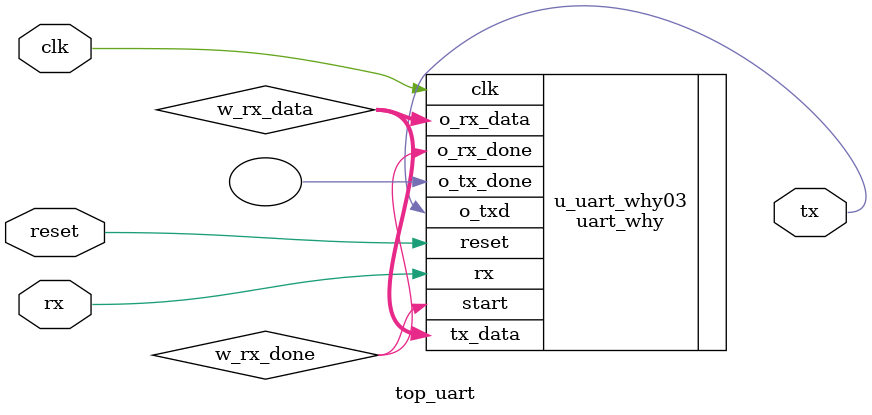
<source format=v>
`timescale 1ns / 1ps

module top_uart(
    input clk,
    input reset,
    input rx,
    output tx
    );

    wire w_rx_done;
    wire [7:0] w_rx_data;

    uart_why u_uart_why03(
        // globla signal
        .clk(clk),
        .reset(reset),
        // tx signal
        .start(w_rx_done),
        .tx_data(w_rx_data),
        .o_txd(tx),
        .o_tx_done(), // no connect
        // rx signal
        .rx(rx),
        .o_rx_data(w_rx_data),
        .o_rx_done(w_rx_done)
    );
endmodule

</source>
